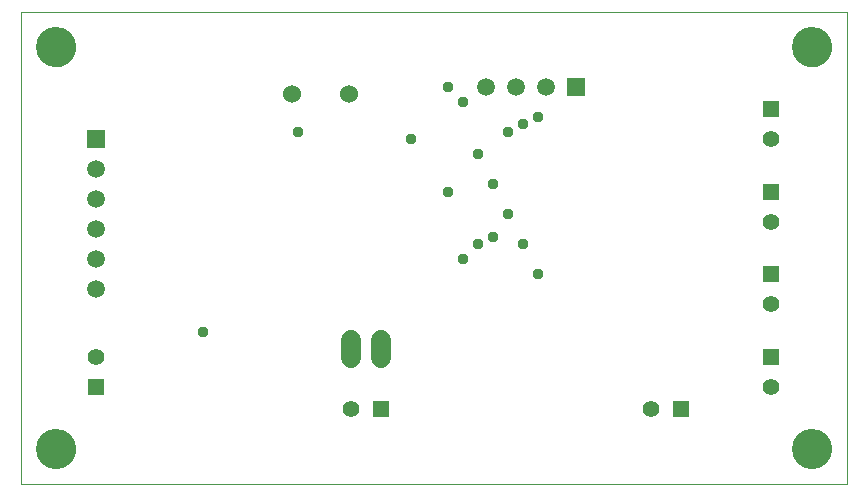
<source format=gbs>
G04 EAGLE Gerber RS-274X export*
G75*
%MOMM*%
%FSLAX34Y34*%
%LPD*%
%INSolder Mask bottom*%
%IPPOS*%
%AMOC8*
5,1,8,0,0,1.08239X$1,22.5*%
G01*
%ADD10C,0.000000*%
%ADD11C,3.403200*%
%ADD12R,1.411200X1.411200*%
%ADD13C,1.411200*%
%ADD14C,1.511200*%
%ADD15R,1.511200X1.511200*%
%ADD16C,1.524000*%
%ADD17C,1.727200*%
%ADD18C,0.959600*%


D10*
X0Y0D02*
X700000Y0D01*
X700000Y400000D01*
X0Y400000D01*
X0Y0D01*
X14000Y30000D02*
X14005Y30393D01*
X14019Y30785D01*
X14043Y31177D01*
X14077Y31568D01*
X14120Y31959D01*
X14173Y32348D01*
X14236Y32735D01*
X14307Y33121D01*
X14389Y33506D01*
X14479Y33888D01*
X14580Y34267D01*
X14689Y34645D01*
X14808Y35019D01*
X14935Y35390D01*
X15072Y35758D01*
X15218Y36123D01*
X15373Y36484D01*
X15536Y36841D01*
X15708Y37194D01*
X15889Y37542D01*
X16079Y37886D01*
X16276Y38226D01*
X16482Y38560D01*
X16696Y38889D01*
X16919Y39213D01*
X17149Y39531D01*
X17386Y39844D01*
X17632Y40150D01*
X17885Y40451D01*
X18145Y40745D01*
X18412Y41033D01*
X18686Y41314D01*
X18967Y41588D01*
X19255Y41855D01*
X19549Y42115D01*
X19850Y42368D01*
X20156Y42614D01*
X20469Y42851D01*
X20787Y43081D01*
X21111Y43304D01*
X21440Y43518D01*
X21774Y43724D01*
X22114Y43921D01*
X22458Y44111D01*
X22806Y44292D01*
X23159Y44464D01*
X23516Y44627D01*
X23877Y44782D01*
X24242Y44928D01*
X24610Y45065D01*
X24981Y45192D01*
X25355Y45311D01*
X25733Y45420D01*
X26112Y45521D01*
X26494Y45611D01*
X26879Y45693D01*
X27265Y45764D01*
X27652Y45827D01*
X28041Y45880D01*
X28432Y45923D01*
X28823Y45957D01*
X29215Y45981D01*
X29607Y45995D01*
X30000Y46000D01*
X30393Y45995D01*
X30785Y45981D01*
X31177Y45957D01*
X31568Y45923D01*
X31959Y45880D01*
X32348Y45827D01*
X32735Y45764D01*
X33121Y45693D01*
X33506Y45611D01*
X33888Y45521D01*
X34267Y45420D01*
X34645Y45311D01*
X35019Y45192D01*
X35390Y45065D01*
X35758Y44928D01*
X36123Y44782D01*
X36484Y44627D01*
X36841Y44464D01*
X37194Y44292D01*
X37542Y44111D01*
X37886Y43921D01*
X38226Y43724D01*
X38560Y43518D01*
X38889Y43304D01*
X39213Y43081D01*
X39531Y42851D01*
X39844Y42614D01*
X40150Y42368D01*
X40451Y42115D01*
X40745Y41855D01*
X41033Y41588D01*
X41314Y41314D01*
X41588Y41033D01*
X41855Y40745D01*
X42115Y40451D01*
X42368Y40150D01*
X42614Y39844D01*
X42851Y39531D01*
X43081Y39213D01*
X43304Y38889D01*
X43518Y38560D01*
X43724Y38226D01*
X43921Y37886D01*
X44111Y37542D01*
X44292Y37194D01*
X44464Y36841D01*
X44627Y36484D01*
X44782Y36123D01*
X44928Y35758D01*
X45065Y35390D01*
X45192Y35019D01*
X45311Y34645D01*
X45420Y34267D01*
X45521Y33888D01*
X45611Y33506D01*
X45693Y33121D01*
X45764Y32735D01*
X45827Y32348D01*
X45880Y31959D01*
X45923Y31568D01*
X45957Y31177D01*
X45981Y30785D01*
X45995Y30393D01*
X46000Y30000D01*
X45995Y29607D01*
X45981Y29215D01*
X45957Y28823D01*
X45923Y28432D01*
X45880Y28041D01*
X45827Y27652D01*
X45764Y27265D01*
X45693Y26879D01*
X45611Y26494D01*
X45521Y26112D01*
X45420Y25733D01*
X45311Y25355D01*
X45192Y24981D01*
X45065Y24610D01*
X44928Y24242D01*
X44782Y23877D01*
X44627Y23516D01*
X44464Y23159D01*
X44292Y22806D01*
X44111Y22458D01*
X43921Y22114D01*
X43724Y21774D01*
X43518Y21440D01*
X43304Y21111D01*
X43081Y20787D01*
X42851Y20469D01*
X42614Y20156D01*
X42368Y19850D01*
X42115Y19549D01*
X41855Y19255D01*
X41588Y18967D01*
X41314Y18686D01*
X41033Y18412D01*
X40745Y18145D01*
X40451Y17885D01*
X40150Y17632D01*
X39844Y17386D01*
X39531Y17149D01*
X39213Y16919D01*
X38889Y16696D01*
X38560Y16482D01*
X38226Y16276D01*
X37886Y16079D01*
X37542Y15889D01*
X37194Y15708D01*
X36841Y15536D01*
X36484Y15373D01*
X36123Y15218D01*
X35758Y15072D01*
X35390Y14935D01*
X35019Y14808D01*
X34645Y14689D01*
X34267Y14580D01*
X33888Y14479D01*
X33506Y14389D01*
X33121Y14307D01*
X32735Y14236D01*
X32348Y14173D01*
X31959Y14120D01*
X31568Y14077D01*
X31177Y14043D01*
X30785Y14019D01*
X30393Y14005D01*
X30000Y14000D01*
X29607Y14005D01*
X29215Y14019D01*
X28823Y14043D01*
X28432Y14077D01*
X28041Y14120D01*
X27652Y14173D01*
X27265Y14236D01*
X26879Y14307D01*
X26494Y14389D01*
X26112Y14479D01*
X25733Y14580D01*
X25355Y14689D01*
X24981Y14808D01*
X24610Y14935D01*
X24242Y15072D01*
X23877Y15218D01*
X23516Y15373D01*
X23159Y15536D01*
X22806Y15708D01*
X22458Y15889D01*
X22114Y16079D01*
X21774Y16276D01*
X21440Y16482D01*
X21111Y16696D01*
X20787Y16919D01*
X20469Y17149D01*
X20156Y17386D01*
X19850Y17632D01*
X19549Y17885D01*
X19255Y18145D01*
X18967Y18412D01*
X18686Y18686D01*
X18412Y18967D01*
X18145Y19255D01*
X17885Y19549D01*
X17632Y19850D01*
X17386Y20156D01*
X17149Y20469D01*
X16919Y20787D01*
X16696Y21111D01*
X16482Y21440D01*
X16276Y21774D01*
X16079Y22114D01*
X15889Y22458D01*
X15708Y22806D01*
X15536Y23159D01*
X15373Y23516D01*
X15218Y23877D01*
X15072Y24242D01*
X14935Y24610D01*
X14808Y24981D01*
X14689Y25355D01*
X14580Y25733D01*
X14479Y26112D01*
X14389Y26494D01*
X14307Y26879D01*
X14236Y27265D01*
X14173Y27652D01*
X14120Y28041D01*
X14077Y28432D01*
X14043Y28823D01*
X14019Y29215D01*
X14005Y29607D01*
X14000Y30000D01*
D11*
X30000Y30000D03*
D10*
X654000Y30000D02*
X654005Y30393D01*
X654019Y30785D01*
X654043Y31177D01*
X654077Y31568D01*
X654120Y31959D01*
X654173Y32348D01*
X654236Y32735D01*
X654307Y33121D01*
X654389Y33506D01*
X654479Y33888D01*
X654580Y34267D01*
X654689Y34645D01*
X654808Y35019D01*
X654935Y35390D01*
X655072Y35758D01*
X655218Y36123D01*
X655373Y36484D01*
X655536Y36841D01*
X655708Y37194D01*
X655889Y37542D01*
X656079Y37886D01*
X656276Y38226D01*
X656482Y38560D01*
X656696Y38889D01*
X656919Y39213D01*
X657149Y39531D01*
X657386Y39844D01*
X657632Y40150D01*
X657885Y40451D01*
X658145Y40745D01*
X658412Y41033D01*
X658686Y41314D01*
X658967Y41588D01*
X659255Y41855D01*
X659549Y42115D01*
X659850Y42368D01*
X660156Y42614D01*
X660469Y42851D01*
X660787Y43081D01*
X661111Y43304D01*
X661440Y43518D01*
X661774Y43724D01*
X662114Y43921D01*
X662458Y44111D01*
X662806Y44292D01*
X663159Y44464D01*
X663516Y44627D01*
X663877Y44782D01*
X664242Y44928D01*
X664610Y45065D01*
X664981Y45192D01*
X665355Y45311D01*
X665733Y45420D01*
X666112Y45521D01*
X666494Y45611D01*
X666879Y45693D01*
X667265Y45764D01*
X667652Y45827D01*
X668041Y45880D01*
X668432Y45923D01*
X668823Y45957D01*
X669215Y45981D01*
X669607Y45995D01*
X670000Y46000D01*
X670393Y45995D01*
X670785Y45981D01*
X671177Y45957D01*
X671568Y45923D01*
X671959Y45880D01*
X672348Y45827D01*
X672735Y45764D01*
X673121Y45693D01*
X673506Y45611D01*
X673888Y45521D01*
X674267Y45420D01*
X674645Y45311D01*
X675019Y45192D01*
X675390Y45065D01*
X675758Y44928D01*
X676123Y44782D01*
X676484Y44627D01*
X676841Y44464D01*
X677194Y44292D01*
X677542Y44111D01*
X677886Y43921D01*
X678226Y43724D01*
X678560Y43518D01*
X678889Y43304D01*
X679213Y43081D01*
X679531Y42851D01*
X679844Y42614D01*
X680150Y42368D01*
X680451Y42115D01*
X680745Y41855D01*
X681033Y41588D01*
X681314Y41314D01*
X681588Y41033D01*
X681855Y40745D01*
X682115Y40451D01*
X682368Y40150D01*
X682614Y39844D01*
X682851Y39531D01*
X683081Y39213D01*
X683304Y38889D01*
X683518Y38560D01*
X683724Y38226D01*
X683921Y37886D01*
X684111Y37542D01*
X684292Y37194D01*
X684464Y36841D01*
X684627Y36484D01*
X684782Y36123D01*
X684928Y35758D01*
X685065Y35390D01*
X685192Y35019D01*
X685311Y34645D01*
X685420Y34267D01*
X685521Y33888D01*
X685611Y33506D01*
X685693Y33121D01*
X685764Y32735D01*
X685827Y32348D01*
X685880Y31959D01*
X685923Y31568D01*
X685957Y31177D01*
X685981Y30785D01*
X685995Y30393D01*
X686000Y30000D01*
X685995Y29607D01*
X685981Y29215D01*
X685957Y28823D01*
X685923Y28432D01*
X685880Y28041D01*
X685827Y27652D01*
X685764Y27265D01*
X685693Y26879D01*
X685611Y26494D01*
X685521Y26112D01*
X685420Y25733D01*
X685311Y25355D01*
X685192Y24981D01*
X685065Y24610D01*
X684928Y24242D01*
X684782Y23877D01*
X684627Y23516D01*
X684464Y23159D01*
X684292Y22806D01*
X684111Y22458D01*
X683921Y22114D01*
X683724Y21774D01*
X683518Y21440D01*
X683304Y21111D01*
X683081Y20787D01*
X682851Y20469D01*
X682614Y20156D01*
X682368Y19850D01*
X682115Y19549D01*
X681855Y19255D01*
X681588Y18967D01*
X681314Y18686D01*
X681033Y18412D01*
X680745Y18145D01*
X680451Y17885D01*
X680150Y17632D01*
X679844Y17386D01*
X679531Y17149D01*
X679213Y16919D01*
X678889Y16696D01*
X678560Y16482D01*
X678226Y16276D01*
X677886Y16079D01*
X677542Y15889D01*
X677194Y15708D01*
X676841Y15536D01*
X676484Y15373D01*
X676123Y15218D01*
X675758Y15072D01*
X675390Y14935D01*
X675019Y14808D01*
X674645Y14689D01*
X674267Y14580D01*
X673888Y14479D01*
X673506Y14389D01*
X673121Y14307D01*
X672735Y14236D01*
X672348Y14173D01*
X671959Y14120D01*
X671568Y14077D01*
X671177Y14043D01*
X670785Y14019D01*
X670393Y14005D01*
X670000Y14000D01*
X669607Y14005D01*
X669215Y14019D01*
X668823Y14043D01*
X668432Y14077D01*
X668041Y14120D01*
X667652Y14173D01*
X667265Y14236D01*
X666879Y14307D01*
X666494Y14389D01*
X666112Y14479D01*
X665733Y14580D01*
X665355Y14689D01*
X664981Y14808D01*
X664610Y14935D01*
X664242Y15072D01*
X663877Y15218D01*
X663516Y15373D01*
X663159Y15536D01*
X662806Y15708D01*
X662458Y15889D01*
X662114Y16079D01*
X661774Y16276D01*
X661440Y16482D01*
X661111Y16696D01*
X660787Y16919D01*
X660469Y17149D01*
X660156Y17386D01*
X659850Y17632D01*
X659549Y17885D01*
X659255Y18145D01*
X658967Y18412D01*
X658686Y18686D01*
X658412Y18967D01*
X658145Y19255D01*
X657885Y19549D01*
X657632Y19850D01*
X657386Y20156D01*
X657149Y20469D01*
X656919Y20787D01*
X656696Y21111D01*
X656482Y21440D01*
X656276Y21774D01*
X656079Y22114D01*
X655889Y22458D01*
X655708Y22806D01*
X655536Y23159D01*
X655373Y23516D01*
X655218Y23877D01*
X655072Y24242D01*
X654935Y24610D01*
X654808Y24981D01*
X654689Y25355D01*
X654580Y25733D01*
X654479Y26112D01*
X654389Y26494D01*
X654307Y26879D01*
X654236Y27265D01*
X654173Y27652D01*
X654120Y28041D01*
X654077Y28432D01*
X654043Y28823D01*
X654019Y29215D01*
X654005Y29607D01*
X654000Y30000D01*
D11*
X670000Y30000D03*
D10*
X14000Y370000D02*
X14005Y370393D01*
X14019Y370785D01*
X14043Y371177D01*
X14077Y371568D01*
X14120Y371959D01*
X14173Y372348D01*
X14236Y372735D01*
X14307Y373121D01*
X14389Y373506D01*
X14479Y373888D01*
X14580Y374267D01*
X14689Y374645D01*
X14808Y375019D01*
X14935Y375390D01*
X15072Y375758D01*
X15218Y376123D01*
X15373Y376484D01*
X15536Y376841D01*
X15708Y377194D01*
X15889Y377542D01*
X16079Y377886D01*
X16276Y378226D01*
X16482Y378560D01*
X16696Y378889D01*
X16919Y379213D01*
X17149Y379531D01*
X17386Y379844D01*
X17632Y380150D01*
X17885Y380451D01*
X18145Y380745D01*
X18412Y381033D01*
X18686Y381314D01*
X18967Y381588D01*
X19255Y381855D01*
X19549Y382115D01*
X19850Y382368D01*
X20156Y382614D01*
X20469Y382851D01*
X20787Y383081D01*
X21111Y383304D01*
X21440Y383518D01*
X21774Y383724D01*
X22114Y383921D01*
X22458Y384111D01*
X22806Y384292D01*
X23159Y384464D01*
X23516Y384627D01*
X23877Y384782D01*
X24242Y384928D01*
X24610Y385065D01*
X24981Y385192D01*
X25355Y385311D01*
X25733Y385420D01*
X26112Y385521D01*
X26494Y385611D01*
X26879Y385693D01*
X27265Y385764D01*
X27652Y385827D01*
X28041Y385880D01*
X28432Y385923D01*
X28823Y385957D01*
X29215Y385981D01*
X29607Y385995D01*
X30000Y386000D01*
X30393Y385995D01*
X30785Y385981D01*
X31177Y385957D01*
X31568Y385923D01*
X31959Y385880D01*
X32348Y385827D01*
X32735Y385764D01*
X33121Y385693D01*
X33506Y385611D01*
X33888Y385521D01*
X34267Y385420D01*
X34645Y385311D01*
X35019Y385192D01*
X35390Y385065D01*
X35758Y384928D01*
X36123Y384782D01*
X36484Y384627D01*
X36841Y384464D01*
X37194Y384292D01*
X37542Y384111D01*
X37886Y383921D01*
X38226Y383724D01*
X38560Y383518D01*
X38889Y383304D01*
X39213Y383081D01*
X39531Y382851D01*
X39844Y382614D01*
X40150Y382368D01*
X40451Y382115D01*
X40745Y381855D01*
X41033Y381588D01*
X41314Y381314D01*
X41588Y381033D01*
X41855Y380745D01*
X42115Y380451D01*
X42368Y380150D01*
X42614Y379844D01*
X42851Y379531D01*
X43081Y379213D01*
X43304Y378889D01*
X43518Y378560D01*
X43724Y378226D01*
X43921Y377886D01*
X44111Y377542D01*
X44292Y377194D01*
X44464Y376841D01*
X44627Y376484D01*
X44782Y376123D01*
X44928Y375758D01*
X45065Y375390D01*
X45192Y375019D01*
X45311Y374645D01*
X45420Y374267D01*
X45521Y373888D01*
X45611Y373506D01*
X45693Y373121D01*
X45764Y372735D01*
X45827Y372348D01*
X45880Y371959D01*
X45923Y371568D01*
X45957Y371177D01*
X45981Y370785D01*
X45995Y370393D01*
X46000Y370000D01*
X45995Y369607D01*
X45981Y369215D01*
X45957Y368823D01*
X45923Y368432D01*
X45880Y368041D01*
X45827Y367652D01*
X45764Y367265D01*
X45693Y366879D01*
X45611Y366494D01*
X45521Y366112D01*
X45420Y365733D01*
X45311Y365355D01*
X45192Y364981D01*
X45065Y364610D01*
X44928Y364242D01*
X44782Y363877D01*
X44627Y363516D01*
X44464Y363159D01*
X44292Y362806D01*
X44111Y362458D01*
X43921Y362114D01*
X43724Y361774D01*
X43518Y361440D01*
X43304Y361111D01*
X43081Y360787D01*
X42851Y360469D01*
X42614Y360156D01*
X42368Y359850D01*
X42115Y359549D01*
X41855Y359255D01*
X41588Y358967D01*
X41314Y358686D01*
X41033Y358412D01*
X40745Y358145D01*
X40451Y357885D01*
X40150Y357632D01*
X39844Y357386D01*
X39531Y357149D01*
X39213Y356919D01*
X38889Y356696D01*
X38560Y356482D01*
X38226Y356276D01*
X37886Y356079D01*
X37542Y355889D01*
X37194Y355708D01*
X36841Y355536D01*
X36484Y355373D01*
X36123Y355218D01*
X35758Y355072D01*
X35390Y354935D01*
X35019Y354808D01*
X34645Y354689D01*
X34267Y354580D01*
X33888Y354479D01*
X33506Y354389D01*
X33121Y354307D01*
X32735Y354236D01*
X32348Y354173D01*
X31959Y354120D01*
X31568Y354077D01*
X31177Y354043D01*
X30785Y354019D01*
X30393Y354005D01*
X30000Y354000D01*
X29607Y354005D01*
X29215Y354019D01*
X28823Y354043D01*
X28432Y354077D01*
X28041Y354120D01*
X27652Y354173D01*
X27265Y354236D01*
X26879Y354307D01*
X26494Y354389D01*
X26112Y354479D01*
X25733Y354580D01*
X25355Y354689D01*
X24981Y354808D01*
X24610Y354935D01*
X24242Y355072D01*
X23877Y355218D01*
X23516Y355373D01*
X23159Y355536D01*
X22806Y355708D01*
X22458Y355889D01*
X22114Y356079D01*
X21774Y356276D01*
X21440Y356482D01*
X21111Y356696D01*
X20787Y356919D01*
X20469Y357149D01*
X20156Y357386D01*
X19850Y357632D01*
X19549Y357885D01*
X19255Y358145D01*
X18967Y358412D01*
X18686Y358686D01*
X18412Y358967D01*
X18145Y359255D01*
X17885Y359549D01*
X17632Y359850D01*
X17386Y360156D01*
X17149Y360469D01*
X16919Y360787D01*
X16696Y361111D01*
X16482Y361440D01*
X16276Y361774D01*
X16079Y362114D01*
X15889Y362458D01*
X15708Y362806D01*
X15536Y363159D01*
X15373Y363516D01*
X15218Y363877D01*
X15072Y364242D01*
X14935Y364610D01*
X14808Y364981D01*
X14689Y365355D01*
X14580Y365733D01*
X14479Y366112D01*
X14389Y366494D01*
X14307Y366879D01*
X14236Y367265D01*
X14173Y367652D01*
X14120Y368041D01*
X14077Y368432D01*
X14043Y368823D01*
X14019Y369215D01*
X14005Y369607D01*
X14000Y370000D01*
D11*
X30000Y370000D03*
D10*
X654000Y370000D02*
X654005Y370393D01*
X654019Y370785D01*
X654043Y371177D01*
X654077Y371568D01*
X654120Y371959D01*
X654173Y372348D01*
X654236Y372735D01*
X654307Y373121D01*
X654389Y373506D01*
X654479Y373888D01*
X654580Y374267D01*
X654689Y374645D01*
X654808Y375019D01*
X654935Y375390D01*
X655072Y375758D01*
X655218Y376123D01*
X655373Y376484D01*
X655536Y376841D01*
X655708Y377194D01*
X655889Y377542D01*
X656079Y377886D01*
X656276Y378226D01*
X656482Y378560D01*
X656696Y378889D01*
X656919Y379213D01*
X657149Y379531D01*
X657386Y379844D01*
X657632Y380150D01*
X657885Y380451D01*
X658145Y380745D01*
X658412Y381033D01*
X658686Y381314D01*
X658967Y381588D01*
X659255Y381855D01*
X659549Y382115D01*
X659850Y382368D01*
X660156Y382614D01*
X660469Y382851D01*
X660787Y383081D01*
X661111Y383304D01*
X661440Y383518D01*
X661774Y383724D01*
X662114Y383921D01*
X662458Y384111D01*
X662806Y384292D01*
X663159Y384464D01*
X663516Y384627D01*
X663877Y384782D01*
X664242Y384928D01*
X664610Y385065D01*
X664981Y385192D01*
X665355Y385311D01*
X665733Y385420D01*
X666112Y385521D01*
X666494Y385611D01*
X666879Y385693D01*
X667265Y385764D01*
X667652Y385827D01*
X668041Y385880D01*
X668432Y385923D01*
X668823Y385957D01*
X669215Y385981D01*
X669607Y385995D01*
X670000Y386000D01*
X670393Y385995D01*
X670785Y385981D01*
X671177Y385957D01*
X671568Y385923D01*
X671959Y385880D01*
X672348Y385827D01*
X672735Y385764D01*
X673121Y385693D01*
X673506Y385611D01*
X673888Y385521D01*
X674267Y385420D01*
X674645Y385311D01*
X675019Y385192D01*
X675390Y385065D01*
X675758Y384928D01*
X676123Y384782D01*
X676484Y384627D01*
X676841Y384464D01*
X677194Y384292D01*
X677542Y384111D01*
X677886Y383921D01*
X678226Y383724D01*
X678560Y383518D01*
X678889Y383304D01*
X679213Y383081D01*
X679531Y382851D01*
X679844Y382614D01*
X680150Y382368D01*
X680451Y382115D01*
X680745Y381855D01*
X681033Y381588D01*
X681314Y381314D01*
X681588Y381033D01*
X681855Y380745D01*
X682115Y380451D01*
X682368Y380150D01*
X682614Y379844D01*
X682851Y379531D01*
X683081Y379213D01*
X683304Y378889D01*
X683518Y378560D01*
X683724Y378226D01*
X683921Y377886D01*
X684111Y377542D01*
X684292Y377194D01*
X684464Y376841D01*
X684627Y376484D01*
X684782Y376123D01*
X684928Y375758D01*
X685065Y375390D01*
X685192Y375019D01*
X685311Y374645D01*
X685420Y374267D01*
X685521Y373888D01*
X685611Y373506D01*
X685693Y373121D01*
X685764Y372735D01*
X685827Y372348D01*
X685880Y371959D01*
X685923Y371568D01*
X685957Y371177D01*
X685981Y370785D01*
X685995Y370393D01*
X686000Y370000D01*
X685995Y369607D01*
X685981Y369215D01*
X685957Y368823D01*
X685923Y368432D01*
X685880Y368041D01*
X685827Y367652D01*
X685764Y367265D01*
X685693Y366879D01*
X685611Y366494D01*
X685521Y366112D01*
X685420Y365733D01*
X685311Y365355D01*
X685192Y364981D01*
X685065Y364610D01*
X684928Y364242D01*
X684782Y363877D01*
X684627Y363516D01*
X684464Y363159D01*
X684292Y362806D01*
X684111Y362458D01*
X683921Y362114D01*
X683724Y361774D01*
X683518Y361440D01*
X683304Y361111D01*
X683081Y360787D01*
X682851Y360469D01*
X682614Y360156D01*
X682368Y359850D01*
X682115Y359549D01*
X681855Y359255D01*
X681588Y358967D01*
X681314Y358686D01*
X681033Y358412D01*
X680745Y358145D01*
X680451Y357885D01*
X680150Y357632D01*
X679844Y357386D01*
X679531Y357149D01*
X679213Y356919D01*
X678889Y356696D01*
X678560Y356482D01*
X678226Y356276D01*
X677886Y356079D01*
X677542Y355889D01*
X677194Y355708D01*
X676841Y355536D01*
X676484Y355373D01*
X676123Y355218D01*
X675758Y355072D01*
X675390Y354935D01*
X675019Y354808D01*
X674645Y354689D01*
X674267Y354580D01*
X673888Y354479D01*
X673506Y354389D01*
X673121Y354307D01*
X672735Y354236D01*
X672348Y354173D01*
X671959Y354120D01*
X671568Y354077D01*
X671177Y354043D01*
X670785Y354019D01*
X670393Y354005D01*
X670000Y354000D01*
X669607Y354005D01*
X669215Y354019D01*
X668823Y354043D01*
X668432Y354077D01*
X668041Y354120D01*
X667652Y354173D01*
X667265Y354236D01*
X666879Y354307D01*
X666494Y354389D01*
X666112Y354479D01*
X665733Y354580D01*
X665355Y354689D01*
X664981Y354808D01*
X664610Y354935D01*
X664242Y355072D01*
X663877Y355218D01*
X663516Y355373D01*
X663159Y355536D01*
X662806Y355708D01*
X662458Y355889D01*
X662114Y356079D01*
X661774Y356276D01*
X661440Y356482D01*
X661111Y356696D01*
X660787Y356919D01*
X660469Y357149D01*
X660156Y357386D01*
X659850Y357632D01*
X659549Y357885D01*
X659255Y358145D01*
X658967Y358412D01*
X658686Y358686D01*
X658412Y358967D01*
X658145Y359255D01*
X657885Y359549D01*
X657632Y359850D01*
X657386Y360156D01*
X657149Y360469D01*
X656919Y360787D01*
X656696Y361111D01*
X656482Y361440D01*
X656276Y361774D01*
X656079Y362114D01*
X655889Y362458D01*
X655708Y362806D01*
X655536Y363159D01*
X655373Y363516D01*
X655218Y363877D01*
X655072Y364242D01*
X654935Y364610D01*
X654808Y364981D01*
X654689Y365355D01*
X654580Y365733D01*
X654479Y366112D01*
X654389Y366494D01*
X654307Y366879D01*
X654236Y367265D01*
X654173Y367652D01*
X654120Y368041D01*
X654077Y368432D01*
X654043Y368823D01*
X654019Y369215D01*
X654005Y369607D01*
X654000Y370000D01*
D11*
X670000Y370000D03*
D12*
X635000Y317500D03*
D13*
X635000Y292100D03*
D12*
X635000Y247650D03*
D13*
X635000Y222250D03*
D12*
X635000Y177800D03*
D13*
X635000Y152400D03*
D12*
X635000Y107950D03*
D13*
X635000Y82550D03*
D12*
X558800Y63500D03*
D13*
X533400Y63500D03*
D12*
X63500Y82550D03*
D13*
X63500Y107950D03*
D14*
X63500Y241300D03*
X63500Y215900D03*
X63500Y190500D03*
X63500Y165100D03*
X63500Y266700D03*
D15*
X63500Y292100D03*
D16*
X229870Y330200D03*
X278130Y330200D03*
D12*
X304800Y63500D03*
D13*
X279400Y63500D03*
D17*
X279400Y106680D02*
X279400Y121920D01*
X304800Y121920D02*
X304800Y106680D01*
D14*
X419100Y336550D03*
X393700Y336550D03*
X444500Y336550D03*
D15*
X469900Y336550D03*
D18*
X234950Y298450D03*
X330200Y291874D03*
X361950Y247650D03*
X361950Y336550D03*
X374650Y323850D03*
X374650Y190500D03*
X387350Y279400D03*
X387350Y202974D03*
X400050Y209550D03*
X400050Y254000D03*
X412750Y228600D03*
X412750Y298450D03*
X425450Y304800D03*
X425450Y203200D03*
X438150Y177800D03*
X438150Y311150D03*
X153976Y128894D03*
M02*

</source>
